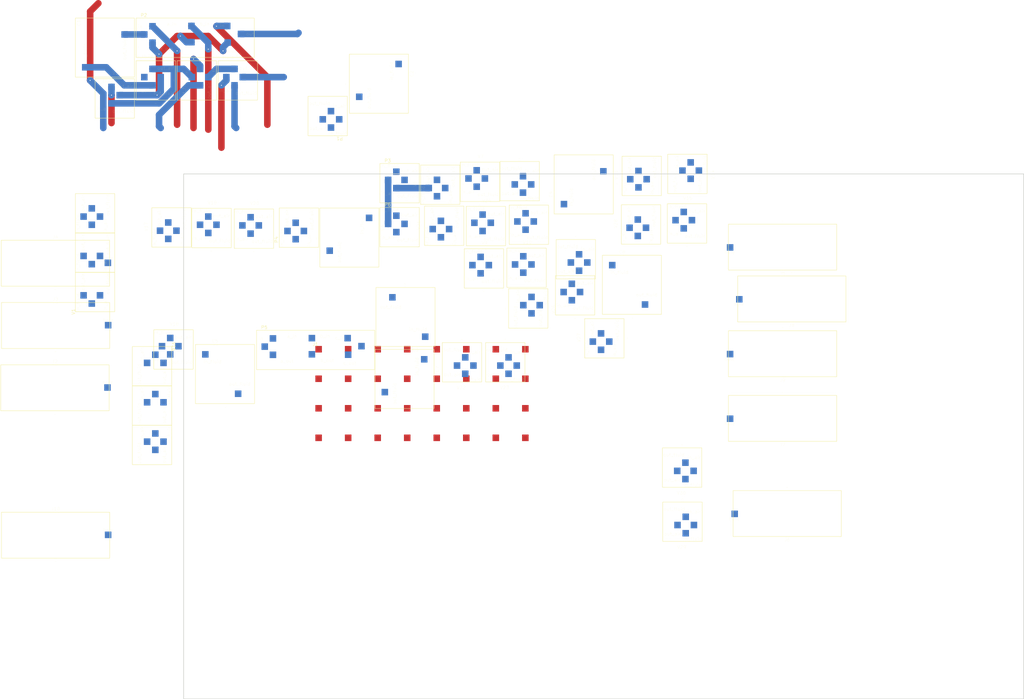
<source format=kicad_pcb>
(kicad_pcb (version 20240108) (generator "pcbnew") (generator_version "8.0")
  (layers (0 "F.Cu" signal) (31 "B.Cu" signal) (34 "B.Paste" user) (35 "F.Paste" user) (36 "B.SilkS" user "B.Silkscreen") (37 "F.SilkS" user "F.Silkscreen") (38 "B.Mask" user) (39 "F.Mask" user) (44 "Edge.Cuts" user))
  (net 0 "")
  (net 1 "Net-(C1-out)")
  (net 2 "Net-(C1-in)")
  (net 3 "Net-(C2-in)")
  (net 4 "Net-(C2-out)")
  (net 5 "Net-(C3-out)")
  (net 6 "Net-(C3-in)")
  (net 7 "Net-(C4-out)")
  (net 8 "Net-(C4-in)")
  (net 9 "Net-(C5-in)")
  (net 10 "Net-(C5-out)")
  (net 11 "Net-(C6-in)")
  (net 12 "Net-(C6-out)")
  (net 13 "Net-(C7-out)")
  (net 14 "Net-(C7-in)")
  (net 15 "Net-(C8-in)")
  (net 16 "Net-(C8-out)")
  (net 17 "/component/control.filter1")
  (net 18 "/component/control.circulate3")
  (net 19 "/component/control.circulate_out")
  (net 20 "/component/control.filter4")
  (net 22 "/component/control.filter3")
  (net 23 "/component/control.out")
  (net 24 "/component/control.stage")
  (net 29 "/component/control.flush3")
  (net 31 "/component/control.filter2")
  (net 33 "/component/pump3")
  (net 34 "/component/control.flush2")
  (net 35 "/component/control.fluid_in2")
  (net 36 "/component/pump5")
  (net 38 "/component/control.fluid_in1")
  (net 39 "/component/control.circulate1")
  (net 40 "/component/pump1")
  (net 41 "/component/control.fluid_in3")
  (net 42 "/component/pump4")
  (net 44 "/component/control.circulate_in")
  (net 45 "/component/control.flush1")
  (net 47 "/component/pump2")
  (net 48 "/component/control.circulate2")
  (net 49 "/component/fluid_in1")
  (net 50 "/component/fluid_in2")
  (net 51 "/component/fluid_in3")
  (net 52 "/component/flush_1")
  (net 53 "/component/flush_2")
  (net 54 "/component/flush_3")
  (net 55 "/component1/fluid_in3")
  (net 56 "Net-(P1-out)")
  (net 57 "Net-(P3-in)")
  (net 58 "Net-(P4-out)")
  (net 59 "Net-(P6-in)")
  (net 60 "/component/out")
  (net 61 "/component1/out")
  (net 62 "Net-(V1-y)")
  (net 63 "Net-(V2-left)")
  (net 64 "Net-(V4-right)")
  (net 65 "Net-(V6-in)")
  (net 66 "Net-(V10-left)")
  (net 67 "Net-(V11-right)")
  (net 68 "Net-(V13-in)")
  (net 69 "Net-(V16-y)")
  (net 70 "Net-(V17-left)")
  (net 71 "Net-(V19-right)")
  (net 72 "Net-(V21-in)")
  (net 73 "Net-(V24-left)")
  (net 74 "Net-(V26-right)")
  (net 75 "Net-(V28-in)")
  (footprint "h.r.3.3:valve_20px_1" (layer "F.Cu") (at 57.9 72.5)
    (property "Reference" "V18")
    (property "Value" "~")
  )
  (footprint "h.r.3.3:valve_20px_1" (layer "F.Cu") (at 192.5 57 180)
    (property "Reference" "V12")
    (property "Value" "~")
  )
  (footprint "h.r.3.3:pinhole_325px_met5" (layer "F.Cu") (at 267.425 135.505 180)
    (property "Reference" "J6")
    (property "Value" "~")
  )
  (footprint "h.r.3.3:serpentine_100px_0" (layer "F.Cu") (at 34 -4.5 90)
    (property "Reference" "C1")
    (property "Value" "~")
  )
  (footprint "h.r.3.3:valve_20px_1" (layer "F.Cu") (at 151.295 21.395)
    (property "Reference" "V7")
    (property "Value" "~")
  )
  (footprint "h.r.3.3:serpentine_100px_0" (layer "F.Cu") (at 135.5 -11.5 -90)
    (property "Reference" "C2")
    (property "Value" "~")
  )
  (footprint "h.r.3.3:valve_20px_1" (layer "F.Cu") (at 139.195 34.305 90)
    (property "Reference" "V6")
    (property "Value" "~")
  )
  (footprint "h.r.3.3:interconnect_4x8" (layer "F.Cu") (at 107.125 77.425)
    (property "Reference" "J1")
    (property "Value" "~")
  )
  (footprint "h.r.3.3:valve_20px_1" (layer "F.Cu") (at 152.495 47.795)
    (property "Reference" "V9")
    (property "Value" "~")
  )
  (footprint "h.r.3.3:pump1_20px_0" (layer "F.Cu") (at 116.9177 13.4431 180)
    (property "Reference" "P1")
    (property "Value" "P1")
  )
  (footprint "h.r.3.3:pinhole_325px_met5" (layer "F.Cu") (at 266.025 54.305 180)
    (property "Reference" "J5")
    (property "Value" "~")
  )
  (footprint "h.r.3.3:valve_20px_1" (layer "F.Cu") (at 82.395 35.695)
    (property "Reference" "V20")
    (property "Value" "~")
  )
  (footprint "h.r.3.3:valve_20px_1" (layer "F.Cu") (at 175.405 33.205 180)
    (property "Reference" "V8")
    (property "Value" "~")
  )
  (footprint "h.r.3.3:valve_20px_1" (layer "F.Cu") (at 224.905 120.5 180)
    (property "Reference" "V30")
    (property "Value" "~")
  )
  (footprint "h.r.3.3:pump3_20px_0" (layer "F.Cu") (at 52.4746 -22.5762)
    (property "Reference" "P2")
    (property "Value" "~")
  )
  (footprint "h.r.3.3:valve_20px_1" (layer "F.Cu") (at 226.505 18.995 -90)
    (property "Reference" "V14")
    (property "Value" "~")
  )
  (footprint "h.r.3.3:serpentine_100px_0" (layer "F.Cu") (at 143.605 77.605 180)
    (property "Reference" "C3")
    (property "Value" "~")
  )
  (footprint "h.r.3.3:pinhole_325px_met5" (layer "F.Cu") (at 11.475 128.095)
    (property "Reference" "J10")
    (property "Value" "~")
  )
  (footprint "h.r.3.3:valve_20px_1" (layer "F.Cu") (at 214.395 34.095)
    (property "Reference" "V15")
    (property "Value" "~")
  )
  (footprint "h.r.3.3:serpentine_100px_0" (layer "F.Cu") (at 126.505 35.395 -90)
    (property "Reference" "C6")
    (property "Value" "~")
  )
  (footprint "h.r.3.3:mux3_20px_0" (layer "F.Cu") (at 63.455 77.595 -90)
    (property "Reference" "V16")
    (property "Value" "~")
  )
  (footprint "h.r.3.3:pump3_20px_0" (layer "F.Cu") (at 89.1823 72.5569)
    (property "Reference" "P5")
    (property "Value" "~")
  )
  (footprint "h.r.3.3:valve_20px_1" (layer "F.Cu") (at 200.595 31.605 90)
    (property "Reference" "V13")
    (property "Value" "~")
  )
  (footprint "h.r.3.3:pump1_20px_0" (layer "F.Cu") (at 126.7823 35.1569)
    (property "Reference" "P6")
    (property "Value" "~")
  )
  (footprint "h.r.3.3:valve_20px_1" (layer "F.Cu") (at 189.195 81.105 90)
    (property "Reference" "V27")
    (property "Value" "~")
  )
  (footprint "h.r.3.3:valve_20px_1" (layer "F.Cu") (at 77.5 -9.5)
    (property "Reference" "V5")
    (property "Value" "~")
  )
  (footprint "h.r.3.3:serpentine_100px_0" (layer "F.Cu") (at 179.895 37.205 90)
    (property "Reference" "C4")
    (property "Value" "~")
  )
  (footprint "h.r.3.3:valve_20px_1" (layer "F.Cu") (at 140.395 46.805 90)
    (property "Reference" "V21")
    (property "Value" "~")
  )
  (footprint "h.r.3.3:valve_20px_1" (layer "F.Cu") (at 157.805 88.405 180)
    (property "Reference" "V22")
    (property "Value" "~")
  )
  (footprint "h.r.3.3:pump1_20px_0" (layer "F.Cu") (at 96.0569 47.4177 90)
    (property "Reference" "P4")
    (property "Value" "~")
  )
  (footprint "h.r.3.3:valve_20px_1" (layer "F.Cu") (at 40 -4)
    (property "Reference" "V2")
    (property "Value" "~")
  )
  (footprint "h.r.3.3:valve_20px_1" (layer "F.Cu") (at 200.395 46.405 90)
    (property "Reference" "V28")
    (property "Value" "~")
  )
  (footprint "h.r.3.3:valve_20px_1" (layer "F.Cu") (at 171.005 88.405 180)
    (property "Reference" "V23")
    (property "Value" "~")
  )
  (footprint "h.r.3.3:valve_20px_1" (layer "F.Cu") (at 77 -9.5 -90)
    (property "Reference" "V4")
    (property "Value" "~")
  )
  (footprint "h.r.3.3:valve_20px_1" (layer "F.Cu") (at 225 137 180)
    (property "Reference" "V29")
    (property "Value" "~")
  )
  (footprint "h.r.3.3:valve_20px_1" (layer "F.Cu") (at 165.495 47.595)
    (property "Reference" "V10")
    (property "Value" "~")
  )
  (footprint "h.r.3.3:serpentine_100px_0" (layer "F.Cu") (at 70.595 76.995)
    (property "Reference" "C5")
    (property "Value" "~")
  )
  (footprint "h.r.3.3:valve_20px_1" (layer "F.Cu") (at 180.295 55.995)
    (property "Reference" "V11")
    (property "Value" "~")
  )
  (footprint "h.r.3.3:valve_20px_1" (layer "F.Cu") (at 57.295 47.305 90)
    (property "Reference" "V17")
    (property "Value" "~")
  )
  (footprint "h.r.3.3:valve_20px_1" (layer "F.Cu") (at 69.495 35.495)
    (property "Reference" "V19")
    (property "Value" "~")
  )
  (footprint "h.r.3.3:pinhole_325px_met5" (layer "F.Cu") (at 266.025 106.505 180)
    (property "Reference" "J7")
    (property "Value" "~")
  )
  (footprint "h.r.3.3:valve_20px_1" (layer "F.Cu") (at 153.095 34.895)
    (property "Reference" "V24")
    (property "Value" "~")
  )
  (footprint "h.r.3.3:serpentine_100px_0" (layer "F.Cu") (at 194.6 49.8)
    (property "Reference" "C8")
    (property "Value" "~")
  )
  (footprint "h.r.3.3:serpentine_100px_0" (layer "F.Cu") (at 143.305 78.495 -90)
    (property "Reference" "C7")
    (property "Value" "~")
  )
  (footprint "h.r.3.3:pinhole_325px_met5" (layer "F.Cu") (at 11.4 45.2)
    (property "Reference" "J4")
    (property "Value" "~")
  )
  (footprint "h.r.3.3:pinhole_325px_met5" (layer "F.Cu") (at 268.825 70.105 180)
    (property "Reference" "J8")
    (property "Value" "~")
  )
  (footprint "h.r.3.3:pump1_20px_0" (layer "F.Cu") (at 126.7823 21.7569)
    (property "Reference" "P3")
    (property "Value" "~")
  )
  (footprint "h.r.3.3:valve_20px_1" (layer "F.Cu") (at 178.005 59.995 -90)
    (property "Reference" "V26")
    (property "Value" "~")
  )
  (footprint "h.r.3.3:mux3_20px_0" (layer "F.Cu") (at 33.9 67 90)
    (property "Reference" "V1")
    (property "Value" "~")
  )
  (footprint "h.r.3.3:valve_20px_1" (layer "F.Cu") (at 166.195 34.495)
    (property "Reference" "V25")
    (property "Value" "~")
  )
  (footprint "h.r.3.3:pinhole_325px_met5" (layer "F.Cu") (at 11.475 64.195)
    (property "Reference" "J3")
    (property "Value" "~")
  )
  (footprint "h.r.3.3:pinhole_325px_met5" (layer "F.Cu") (at 266.025 86.805 180)
    (property "Reference" "J9")
    (property "Value" "~")
  )
  (footprint "h.r.3.3:pinhole_325px_met5" (layer "F.Cu") (at 11.275 83.195)
    (property "Reference" "J2")
    (property "Value" "~")
  )
  (footprint "h.r.3.3:valve_20px_1" (layer "F.Cu") (at 52.5 -9.5)
    (property "Reference" "V3")
    (property "Value" "~")
  )
  (gr_rect (start 67 25) (end 323 185) (stroke (width 0.2)) (fill none) (layer "Edge.Cuts"))
  (segment (start 65 -17) (end 59.5 -11.5) (width 2) (layer "F.Cu") (net 0))
  (segment (start 66 -17) (end 74.5 -17) (width 2) (layer "F.Cu") (net 0))
  (segment (start 59.5 0.4) (end 58.9 1) (width 2) (layer "F.Cu") (net 0))
  (segment (start 59.5 -11.5) (end 59.5 0.4) (width 2) (layer "F.Cu") (net 0))
  (segment (start 74.5 -17) (end 79 -12.5) (width 2) (layer "F.Cu") (net 0))
  (segment (start 66 -17) (end 65 -17) (width 2) (layer "F.Cu") (net 0))
  (via (at 66 -17) (size 2) (drill 0.3) (layers "F.Cu" "B.Cu") (net 0))
  (via (at 79 -12.5) (size 2) (drill 0.3) (layers "F.Cu" "B.Cu") (net 0))
  (via (at 59.5 -11.5) (size 2) (drill 0.3) (layers "F.Cu" "B.Cu") (net 0))
  (via (at 58.9 1) (size 2) (drill 0.3) (layers "F.Cu" "B.Cu") (net 0))
  (segment (start 57.5 -13.5) (end 59.5 -11.5) (width 2) (layer "B.Cu") (net 0))
  (segment (start 79 -12.5) (end 79 -13.6178) (width 2) (layer "B.Cu") (net 0))
  (segment (start 57.5 -15) (end 57.5 -13.5) (width 2) (layer "B.Cu") (net 0))
  (segment (start 59.5 7) (end 59.5 10.5) (width 2) (layer "B.Cu") (net 0))
  (segment (start 60 -0.1) (end 60 -4.5) (width 2) (layer "B.Cu") (net 0))
  (segment (start 66 -17) (end 66.25 -16.75) (width 2) (layer "B.Cu") (net 0))
  (segment (start 68.5 -2) (end 59.5 7) (width 2) (layer "B.Cu") (net 0))
  (segment (start 67.8406 -15.1594) (end 66 -17) (width 2) (layer "B.Cu") (net 0))
  (segment (start 69.3656 -15.1594) (end 67.8406 -15.1594) (width 2) (layer "B.Cu") (net 0))
  (segment (start 72 -2) (end 68.5 -2) (width 2) (layer "B.Cu") (net 0))
  (segment (start 47.5 1) (end 58.9 1) (width 2) (layer "B.Cu") (net 0))
  (segment (start 85 -4.5) (end 97.5 -4.5) (width 2) (layer "B.Cu") (net 0))
  (segment (start 58.9 1) (end 60 -0.1) (width 2) (layer "B.Cu") (net 0))
  (segment (start 79 -13.6178) (end 80.4146 -15.0324) (width 2) (layer "B.Cu") (net 0))
  (segment (start 59.5 10.5) (end 60 11) (width 2) (layer "B.Cu") (net 0))
  (segment (start 55 -17.5) (end 49 -17.5) (width 2) (layer "B.Cu") (net 1))
  (segment (start 57.5 -2) (end 48.9 -2) (width 2) (layer "B.Cu") (net 2))
  (segment (start 43.4 -7.5) (end 37 -7.5) (width 2) (layer "B.Cu") (net 2))
  (segment (start 48.9 -2) (end 43.4 -7.5) (width 2) (layer "B.Cu") (net 2))
  (segment (start 84.4786 -17.6486) (end 101.6486 -17.6486) (width 2) (layer "B.Cu") (net 5))
  (segment (start 101.6486 -17.6486) (end 102 -18) (width 2) (layer "B.Cu") (net 5))
  (segment (start 78.5 -2) (end 78.5 17) (width 2) (layer "F.Cu") (net 17))
  (via (at 78.5 -2) (size 2) (drill 0.3) (layers "F.Cu" "B.Cu") (net 17))
  (segment (start 80 -4.5) (end 80 -3.5) (width 2) (layer "B.Cu") (net 17))
  (segment (start 80 -3.5) (end 78.5 -2) (width 2) (layer "B.Cu") (net 17))
  (segment (start 70 -10) (end 70 11) (width 2) (layer "F.Cu") (net 18))
  (via (at 70 -10) (size 2) (drill 0.3) (layers "F.Cu" "B.Cu") (net 18))
  (segment (start 72 -7) (end 72 -8) (width 2) (layer "B.Cu") (net 18))
  (segment (start 72 -8) (end 70 -10) (width 2) (layer "B.Cu") (net 18))
  (segment (start 92.5 -4.5) (end 92.5 10) (width 2) (layer "F.Cu") (net 33))
  (segment (start 77 -20) (end 92.5 -4.5) (width 2) (layer "F.Cu") (net 33))
  (via (at 77 -20) (size 2) (drill 0.3) (layers "F.Cu" "B.Cu") (net 33))
  (segment (start 80.2622 -20.087) (end 77.087 -20.087) (width 2) (layer "B.Cu") (net 33))
  (segment (start 77.087 -20.087) (end 77 -20) (width 2) (layer "B.Cu") (net 33))
  (segment (start 65 -12.5) (end 65 10) (width 2) (layer "F.Cu") (net 40))
  (via (at 65 -12.5) (size 2) (drill 0.3) (layers "F.Cu" "B.Cu") (net 40))
  (segment (start 57.5 -20) (end 65 -12.5) (width 2) (layer "B.Cu") (net 40))
  (segment (start 129.3077 26.8331) (end 129.3077 40.2331) (width 2) (layer "B.Cu") (net 42))
  (segment (start 38.5 -3.5) (end 38.5 -24.5) (width 2) (layer "F.Cu") (net 44))
  (segment (start 38.5 -24.5) (end 41 -27) (width 2) (layer "F.Cu") (net 44))
  (via (at 38.5 -3.5) (size 2) (drill 0.3) (layers "F.Cu" "B.Cu") (net 44))
  (segment (start 42.5 0.5) (end 38.5 -3.5) (width 2) (layer "B.Cu") (net 44))
  (segment (start 42.5 1) (end 42.5 0.5) (width 2) (layer "B.Cu") (net 44))
  (segment (start 42.5 1) (end 42.5 11) (width 2) (layer "B.Cu") (net 44))
  (segment (start 74.5 11.5) (end 74.5 -13) (width 2) (layer "F.Cu") (net 47))
  (via (at 74.5 -13) (size 2) (drill 0.3) (layers "F.Cu" "B.Cu") (net 47))
  (segment (start 69.3656 -20.087) (end 74.5 -14.9526) (width 2) (layer "B.Cu") (net 47))
  (segment (start 74.5 -14.9526) (end 74.5 -13) (width 2) (layer "B.Cu") (net 47))
  (segment (start 82.5 10.5) (end 83 11) (width 2) (layer "B.Cu") (net 56))
  (segment (start 82.5 -2) (end 82.5 10.5) (width 2) (layer "B.Cu") (net 56))
  (segment (start 131.8077 29.3331) (end 141.6669 29.3331) (width 2) (layer "B.Cu") (net 57))
  (segment (start 141.6669 29.3331) (end 141.695 29.305) (width 2) (layer "B.Cu") (net 57))
  (segment (start 45 1) (end 45 9.5) (width 2) (layer "F.Cu") (net 62))
  (via (at 45 1) (size 2) (drill 0.3) (layers "F.Cu" "B.Cu") (net 62))
  (segment (start 45 -1.5) (end 45 1) (width 2) (layer "B.Cu") (net 62))
  (segment (start 45 3.5) (end 59.51127 3.5) (width 2) (layer "B.Cu") (net 63))
  (segment (start 57.5 -7) (end 64 -7) (width 2) (layer "B.Cu") (net 63))
  (segment (start 64 -0.98873) (end 64 -7) (width 2) (layer "B.Cu") (net 63))
  (segment (start 59.51127 3.5) (end 64 -0.98873) (width 2) (layer "B.Cu") (net 63))
  (segment (start 64 -7) (end 67 -7) (width 2) (layer "B.Cu") (net 63))
  (segment (start 67 -7) (end 69.5 -4.5) (width 2) (layer "B.Cu") (net 63))
  (segment (start 74.5 -4.5) (end 77 -7) (width 2) (layer "B.Cu") (net 64))
  (segment (start 77 -7) (end 82.5 -7) (width 2) (layer "B.Cu") (net 64))
)
</source>
